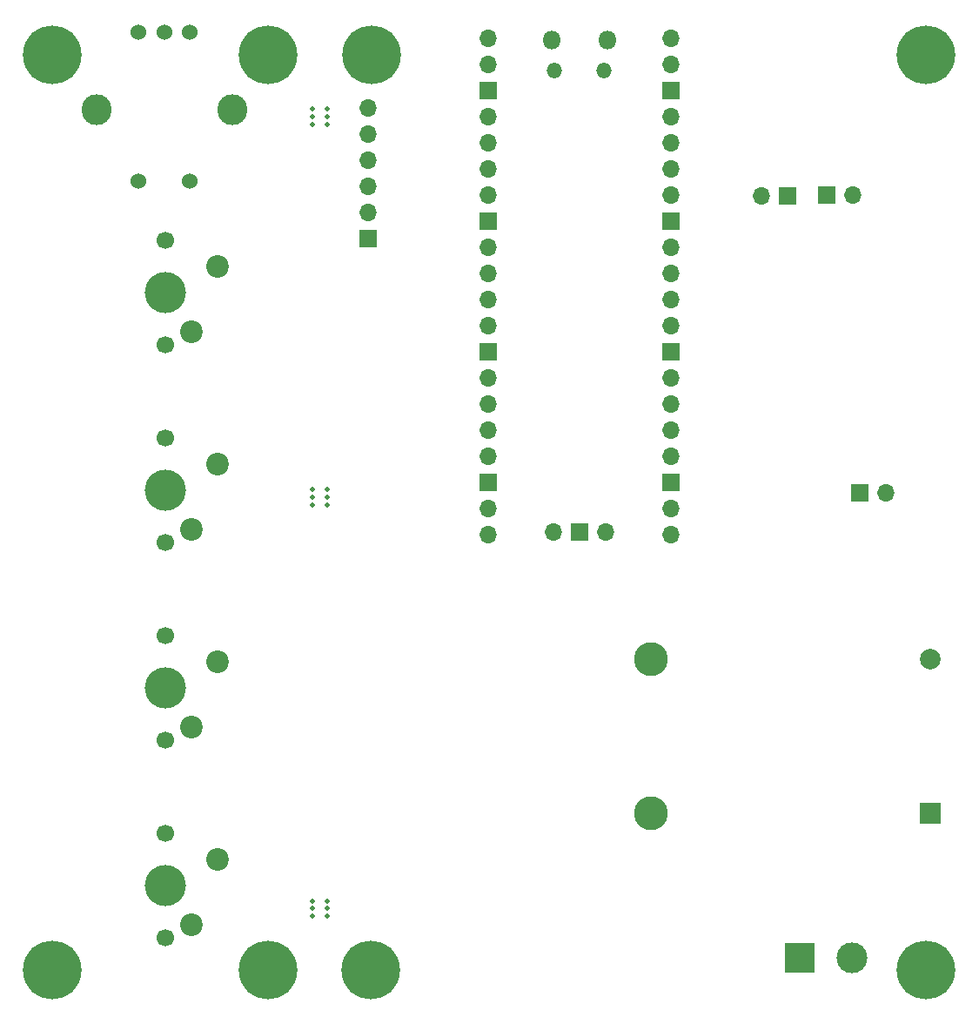
<source format=gbs>
G04 #@! TF.GenerationSoftware,KiCad,Pcbnew,6.0.11-2627ca5db0~126~ubuntu22.04.1*
G04 #@! TF.CreationDate,2024-03-16T21:36:39-04:00*
G04 #@! TF.ProjectId,board,626f6172-642e-46b6-9963-61645f706362,rev?*
G04 #@! TF.SameCoordinates,Original*
G04 #@! TF.FileFunction,Soldermask,Bot*
G04 #@! TF.FilePolarity,Negative*
%FSLAX46Y46*%
G04 Gerber Fmt 4.6, Leading zero omitted, Abs format (unit mm)*
G04 Created by KiCad (PCBNEW 6.0.11-2627ca5db0~126~ubuntu22.04.1) date 2024-03-16 21:36:39*
%MOMM*%
%LPD*%
G01*
G04 APERTURE LIST*
%ADD10C,5.700000*%
%ADD11R,3.000000X3.000000*%
%ADD12C,3.000000*%
%ADD13C,3.300000*%
%ADD14R,2.000000X2.000000*%
%ADD15C,2.000000*%
%ADD16R,1.700000X1.700000*%
%ADD17O,1.700000X1.700000*%
%ADD18O,1.500000X1.500000*%
%ADD19O,1.800000X1.800000*%
%ADD20C,0.500000*%
%ADD21C,1.700000*%
%ADD22C,4.000000*%
%ADD23C,2.200000*%
%ADD24C,1.524000*%
%ADD25O,2.900000X3.000000*%
G04 APERTURE END LIST*
D10*
X106000000Y-47000000D03*
D11*
X178675000Y-134745000D03*
D12*
X183755000Y-134745000D03*
D13*
X164225000Y-105780000D03*
X164225000Y-120770000D03*
D14*
X191390000Y-120770000D03*
D15*
X191390000Y-105780000D03*
D10*
X191000000Y-47000000D03*
D16*
X181350000Y-60635000D03*
D17*
X183890000Y-60635000D03*
D10*
X127000000Y-47000000D03*
D16*
X184510000Y-89540000D03*
D17*
X187050000Y-89540000D03*
D16*
X136725000Y-64855000D03*
D17*
X136725000Y-62315000D03*
X136725000Y-59775000D03*
X136725000Y-57235000D03*
X136725000Y-54695000D03*
X136725000Y-52155000D03*
D18*
X154820000Y-48540000D03*
D19*
X159970000Y-45510000D03*
D18*
X159670000Y-48540000D03*
D19*
X154520000Y-45510000D03*
D17*
X148355000Y-45380000D03*
X148355000Y-47920000D03*
D16*
X148355000Y-50460000D03*
D17*
X148355000Y-53000000D03*
X148355000Y-55540000D03*
X148355000Y-58080000D03*
X148355000Y-60620000D03*
D16*
X148355000Y-63160000D03*
D17*
X148355000Y-65700000D03*
X148355000Y-68240000D03*
X148355000Y-70780000D03*
X148355000Y-73320000D03*
D16*
X148355000Y-75860000D03*
D17*
X148355000Y-78400000D03*
X148355000Y-80940000D03*
X148355000Y-83480000D03*
X148355000Y-86020000D03*
D16*
X148355000Y-88560000D03*
D17*
X148355000Y-91100000D03*
X148355000Y-93640000D03*
X166135000Y-93640000D03*
X166135000Y-91100000D03*
D16*
X166135000Y-88560000D03*
D17*
X166135000Y-86020000D03*
X166135000Y-83480000D03*
X166135000Y-80940000D03*
X166135000Y-78400000D03*
D16*
X166135000Y-75860000D03*
D17*
X166135000Y-73320000D03*
X166135000Y-70780000D03*
X166135000Y-68240000D03*
X166135000Y-65700000D03*
D16*
X166135000Y-63160000D03*
D17*
X166135000Y-60620000D03*
X166135000Y-58080000D03*
X166135000Y-55540000D03*
X166135000Y-53000000D03*
D16*
X166135000Y-50460000D03*
D17*
X166135000Y-47920000D03*
X166135000Y-45380000D03*
X154705000Y-93410000D03*
D16*
X157245000Y-93410000D03*
D17*
X159785000Y-93410000D03*
D10*
X127000000Y-136000000D03*
D20*
X131250000Y-90000000D03*
X131250000Y-90750000D03*
X131250000Y-89250000D03*
X132750000Y-90000000D03*
X132750000Y-90750000D03*
X132750000Y-89250000D03*
D10*
X106000000Y-136000000D03*
X137000000Y-47000000D03*
D20*
X132750000Y-53750000D03*
X132750000Y-52250000D03*
X131250000Y-53000000D03*
X131250000Y-52250000D03*
X131250000Y-53750000D03*
X132750000Y-53000000D03*
X132750000Y-130750000D03*
X131250000Y-130000000D03*
X131250000Y-130750000D03*
X132750000Y-129250000D03*
X131250000Y-129250000D03*
X132750000Y-130000000D03*
D16*
X177495000Y-60715000D03*
D17*
X174955000Y-60715000D03*
D10*
X136965000Y-136000000D03*
X191000000Y-136000000D03*
D21*
X116950000Y-103450000D03*
X116950000Y-113610000D03*
D22*
X116950000Y-108530000D03*
D23*
X122030000Y-105990000D03*
X119490000Y-112340000D03*
D21*
X116930000Y-84230000D03*
D22*
X116930000Y-89310000D03*
D21*
X116930000Y-94390000D03*
D23*
X122010000Y-86770000D03*
X119470000Y-93120000D03*
D21*
X116950000Y-132830000D03*
X116950000Y-122670000D03*
D22*
X116950000Y-127750000D03*
D23*
X122030000Y-125210000D03*
X119490000Y-131560000D03*
D21*
X116930000Y-65010000D03*
D22*
X116930000Y-70090000D03*
D21*
X116930000Y-75170000D03*
D23*
X122010000Y-67550000D03*
X119470000Y-73900000D03*
D24*
X114360000Y-44780000D03*
X119360000Y-44780000D03*
X116860000Y-44780000D03*
X114360000Y-59280000D03*
X119360000Y-59280000D03*
D25*
X123460000Y-52280000D03*
X110260000Y-52280000D03*
M02*

</source>
